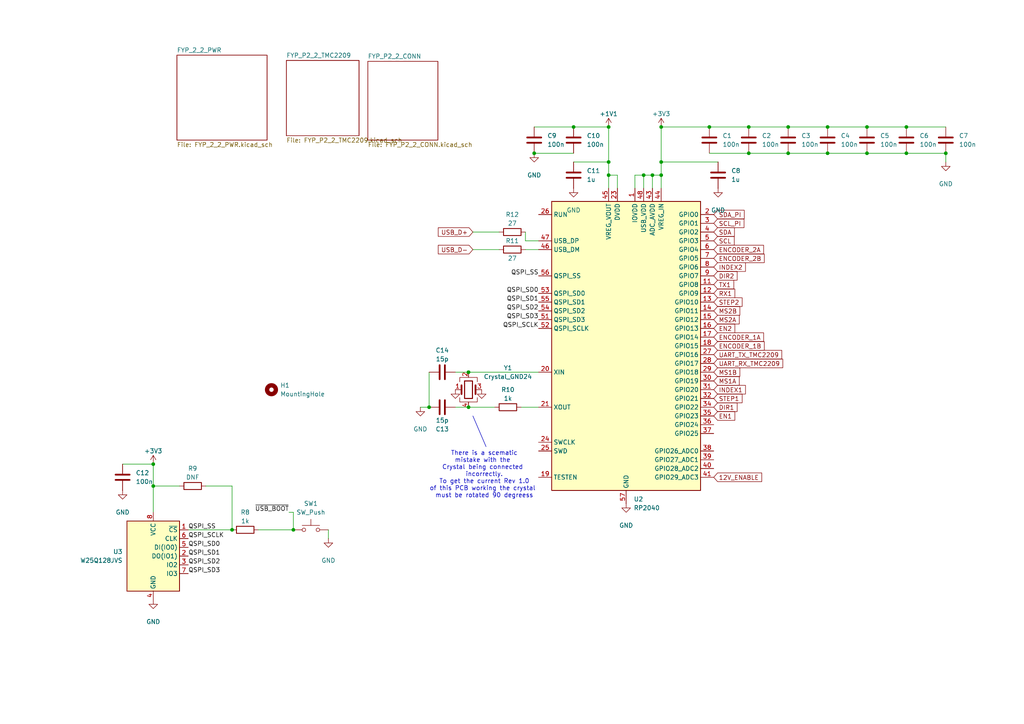
<source format=kicad_sch>
(kicad_sch (version 20231120) (generator "eeschema") (generator_version "8.0")
  (paper "A4")
  (lib_symbols
    (symbol "+3V3_1" (power) (pin_numbers hide) (pin_names (offset 0) hide)
      (property "Value" "+3V3" (at 0 3.556 0))
      (symbol "+3V3_1_0_1"
        (polyline (pts (xy -0.762 1.27) (xy 0 2.54)))
        (polyline (pts (xy 0 0) (xy 0 2.54)))
        (polyline (pts (xy 0 2.54) (xy 0.762 1.27)))
      )
      (symbol "+3V3_1_1_1"
        (pin power_in line (at 0 0 90) (length 0) (name "~") (number "1"))
      )
    )
    (symbol "+3V3_2" (power) (pin_numbers hide) (pin_names (offset 0) hide)
      (property "Value" "+3V3" (at 0 3.556 0))
      (symbol "+3V3_2_0_1"
        (polyline (pts (xy -0.762 1.27) (xy 0 2.54)))
        (polyline (pts (xy 0 0) (xy 0 2.54)))
        (polyline (pts (xy 0 2.54) (xy 0.762 1.27)))
      )
      (symbol "+3V3_2_1_1"
        (pin power_in line (at 0 0 90) (length 0) (name "~") (number "1"))
      )
    )
    (symbol "Device:C" (pin_numbers hide) (pin_names (offset 0.254))
      (property "Reference" "C" (at 0.635 2.54 0))
      (property "Value" "C" (at 0.635 -2.54 0))
      (symbol "C_0_1"
        (polyline (pts (xy -2.032 -0.762) (xy 2.032 -0.762)) (stroke (width 0.508)))
        (polyline (pts (xy -2.032 0.762) (xy 2.032 0.762)) (stroke (width 0.508)))
      )
      (symbol "C_1_1"
        (pin passive line (at 0 3.81 270) (length 2.794) (name "~") (number "1"))
        (pin passive line (at 0 -3.81 90) (length 2.794) (name "~") (number "2"))
      )
    )
    (symbol "Device:Crystal_GND24" (pin_names (offset 1.016) hide)
      (property "Reference" "Y" (at 3.175 5.08 0))
      (property "Value" "Crystal_GND24" (at 3.175 3.175 0))
      (symbol "Crystal_GND24_0_1"
        (rectangle (start -1.143 2.54) (end 1.143 -2.54) (stroke (width 0.3048)))
        (polyline (pts (xy -2.54 0) (xy -2.032 0)))
        (polyline (pts (xy -2.032 -1.27) (xy -2.032 1.27)) (stroke (width 0.508)))
        (polyline (pts (xy 0 -3.81) (xy 0 -3.556)))
        (polyline (pts (xy 0 3.556) (xy 0 3.81)))
        (polyline (pts (xy 2.032 -1.27) (xy 2.032 1.27)) (stroke (width 0.508)))
        (polyline (pts (xy 2.032 0) (xy 2.54 0)))
        (polyline (pts (xy -2.54 -2.286) (xy -2.54 -3.556) (xy 2.54 -3.556) (xy 2.54 -2.286)))
        (polyline (pts (xy -2.54 2.286) (xy -2.54 3.556) (xy 2.54 3.556) (xy 2.54 2.286)))
      )
      (symbol "Crystal_GND24_1_1"
        (pin passive line (at -3.81 0 0) (length 1.27) (name "1") (number "1"))
        (pin passive line (at 0 5.08 270) (length 1.27) (name "2") (number "2"))
        (pin passive line (at 3.81 0 180) (length 1.27) (name "3") (number "3"))
        (pin passive line (at 0 -5.08 90) (length 1.27) (name "4") (number "4"))
      )
    )
    (symbol "Device:R" (pin_numbers hide) (pin_names (offset 0))
      (property "Reference" "R" (at 2.032 0 90))
      (property "Value" "R" (at 0 0 90))
      (symbol "R_0_1"
        (rectangle (start -1.016 -2.54) (end 1.016 2.54) (stroke (width 0.254)))
      )
      (symbol "R_1_1"
        (pin passive line (at 0 3.81 270) (length 1.27) (name "~") (number "1"))
        (pin passive line (at 0 -3.81 90) (length 1.27) (name "~") (number "2"))
      )
    )
    (symbol "GND_1" (power) (pin_numbers hide) (pin_names (offset 0) hide)
      (property "Value" "GND" (at 0 -3.81 0))
      (symbol "GND_1_0_1"
        (polyline (pts (xy 0 0) (xy 0 -1.27) (xy 1.27 -1.27) (xy 0 -2.54) (xy -1.27 -1.27) (xy 0 -1.27)))
      )
      (symbol "GND_1_1_1"
        (pin power_in line (at 0 0 270) (length 0) (name "~") (number "1"))
      )
    )
    (symbol "GND_2" (power) (pin_numbers hide) (pin_names (offset 0) hide)
      (property "Value" "GND" (at 0 -3.81 0))
      (symbol "GND_2_0_1"
        (polyline (pts (xy 0 0) (xy 0 -1.27) (xy 1.27 -1.27) (xy 0 -2.54) (xy -1.27 -1.27) (xy 0 -1.27)))
      )
      (symbol "GND_2_1_1"
        (pin power_in line (at 0 0 270) (length 0) (name "~") (number "1"))
      )
    )
    (symbol "GND_3" (power) (pin_numbers hide) (pin_names (offset 0) hide)
      (property "Value" "GND" (at 0 -3.81 0))
      (symbol "GND_3_0_1"
        (polyline (pts (xy 0 0) (xy 0 -1.27) (xy 1.27 -1.27) (xy 0 -2.54) (xy -1.27 -1.27) (xy 0 -1.27)))
      )
      (symbol "GND_3_1_1"
        (pin power_in line (at 0 0 270) (length 0) (name "~") (number "1"))
      )
    )
    (symbol "GND_4" (power) (pin_numbers hide) (pin_names (offset 0) hide)
      (property "Value" "GND" (at 0 -3.81 0))
      (symbol "GND_4_0_1"
        (polyline (pts (xy 0 0) (xy 0 -1.27) (xy 1.27 -1.27) (xy 0 -2.54) (xy -1.27 -1.27) (xy 0 -1.27)))
      )
      (symbol "GND_4_1_1"
        (pin power_in line (at 0 0 270) (length 0) (name "~") (number "1"))
      )
    )
    (symbol "GND_5" (power) (pin_numbers hide) (pin_names (offset 0) hide)
      (property "Value" "GND" (at 0 -3.81 0))
      (symbol "GND_5_0_1"
        (polyline (pts (xy 0 0) (xy 0 -1.27) (xy 1.27 -1.27) (xy 0 -2.54) (xy -1.27 -1.27) (xy 0 -1.27)))
      )
      (symbol "GND_5_1_1"
        (pin power_in line (at 0 0 270) (length 0) (name "~") (number "1"))
      )
    )
    (symbol "GND_6" (power) (pin_numbers hide) (pin_names (offset 0) hide)
      (property "Value" "GND" (at 0 -3.81 0))
      (symbol "GND_6_0_1"
        (polyline (pts (xy 0 0) (xy 0 -1.27) (xy 1.27 -1.27) (xy 0 -2.54) (xy -1.27 -1.27) (xy 0 -1.27)))
      )
      (symbol "GND_6_1_1"
        (pin power_in line (at 0 0 270) (length 0) (name "~") (number "1"))
      )
    )
    (symbol "MCU_RaspberryPi:RP2040"
      (property "Reference" "U" (at 17.78 45.72 0))
      (property "Value" "RP2040" (at 17.78 43.18 0))
      (symbol "RP2040_0_1"
        (rectangle (start -21.59 41.91) (end 21.59 -41.91) (stroke (width 0.254)) (fill (type background)))
      )
      (symbol "RP2040_1_1"
        (pin power_in line (at 2.54 45.72 270) (length 3.81) (name "IOVDD") (number "1"))
        (pin passive line (at 2.54 45.72 270) (length 3.81) hide (name "IOVDD") (number "10"))
        (pin bidirectional line (at 25.4 17.78 180) (length 3.81) (name "GPIO8") (number "11"))
        (pin bidirectional line (at 25.4 15.24 180) (length 3.81) (name "GPIO9") (number "12"))
        (pin bidirectional line (at 25.4 12.7 180) (length 3.81) (name "GPIO10") (number "13"))
        (pin bidirectional line (at 25.4 10.16 180) (length 3.81) (name "GPIO11") (number "14"))
        (pin bidirectional line (at 25.4 7.62 180) (length 3.81) (name "GPIO12") (number "15"))
        (pin bidirectional line (at 25.4 5.08 180) (length 3.81) (name "GPIO13") (number "16"))
        (pin bidirectional line (at 25.4 2.54 180) (length 3.81) (name "GPIO14") (number "17"))
        (pin bidirectional line (at 25.4 0 180) (length 3.81) (name "GPIO15") (number "18"))
        (pin input line (at -25.4 -38.1 0) (length 3.81) (name "TESTEN") (number "19"))
        (pin bidirectional line (at 25.4 38.1 180) (length 3.81) (name "GPIO0") (number "2"))
        (pin input line (at -25.4 -7.62 0) (length 3.81) (name "XIN") (number "20"))
        (pin passive line (at -25.4 -17.78 0) (length 3.81) (name "XOUT") (number "21"))
        (pin passive line (at 2.54 45.72 270) (length 3.81) hide (name "IOVDD") (number "22"))
        (pin power_in line (at -2.54 45.72 270) (length 3.81) (name "DVDD") (number "23"))
        (pin input line (at -25.4 -27.94 0) (length 3.81) (name "SWCLK") (number "24"))
        (pin bidirectional line (at -25.4 -30.48 0) (length 3.81) (name "SWD") (number "25"))
        (pin input line (at -25.4 38.1 0) (length 3.81) (name "RUN") (number "26"))
        (pin bidirectional line (at 25.4 -2.54 180) (length 3.81) (name "GPIO16") (number "27"))
        (pin bidirectional line (at 25.4 -5.08 180) (length 3.81) (name "GPIO17") (number "28"))
        (pin bidirectional line (at 25.4 -7.62 180) (length 3.81) (name "GPIO18") (number "29"))
        (pin bidirectional line (at 25.4 35.56 180) (length 3.81) (name "GPIO1") (number "3"))
        (pin bidirectional line (at 25.4 -10.16 180) (length 3.81) (name "GPIO19") (number "30"))
        (pin bidirectional line (at 25.4 -12.7 180) (length 3.81) (name "GPIO20") (number "31"))
        (pin bidirectional line (at 25.4 -15.24 180) (length 3.81) (name "GPIO21") (number "32"))
        (pin passive line (at 2.54 45.72 270) (length 3.81) hide (name "IOVDD") (number "33"))
        (pin bidirectional line (at 25.4 -17.78 180) (length 3.81) (name "GPIO22") (number "34"))
        (pin bidirectional line (at 25.4 -20.32 180) (length 3.81) (name "GPIO23") (number "35"))
        (pin bidirectional line (at 25.4 -22.86 180) (length 3.81) (name "GPIO24") (number "36"))
        (pin bidirectional line (at 25.4 -25.4 180) (length 3.81) (name "GPIO25") (number "37"))
        (pin bidirectional line (at 25.4 -30.48 180) (length 3.81) (name "GPIO26_ADC0") (number "38"))
        (pin bidirectional line (at 25.4 -33.02 180) (length 3.81) (name "GPIO27_ADC1") (number "39"))
        (pin bidirectional line (at 25.4 33.02 180) (length 3.81) (name "GPIO2") (number "4"))
        (pin bidirectional line (at 25.4 -35.56 180) (length 3.81) (name "GPIO28_ADC2") (number "40"))
        (pin bidirectional line (at 25.4 -38.1 180) (length 3.81) (name "GPIO29_ADC3") (number "41"))
        (pin passive line (at 2.54 45.72 270) (length 3.81) hide (name "IOVDD") (number "42"))
        (pin power_in line (at 7.62 45.72 270) (length 3.81) (name "ADC_AVDD") (number "43"))
        (pin power_in line (at 10.16 45.72 270) (length 3.81) (name "VREG_IN") (number "44"))
        (pin power_out line (at -5.08 45.72 270) (length 3.81) (name "VREG_VOUT") (number "45"))
        (pin bidirectional line (at -25.4 27.94 0) (length 3.81) (name "USB_DM") (number "46"))
        (pin bidirectional line (at -25.4 30.48 0) (length 3.81) (name "USB_DP") (number "47"))
        (pin power_in line (at 5.08 45.72 270) (length 3.81) (name "USB_VDD") (number "48"))
        (pin passive line (at 2.54 45.72 270) (length 3.81) hide (name "IOVDD") (number "49"))
        (pin bidirectional line (at 25.4 30.48 180) (length 3.81) (name "GPIO3") (number "5"))
        (pin passive line (at -2.54 45.72 270) (length 3.81) hide (name "DVDD") (number "50"))
        (pin bidirectional line (at -25.4 7.62 0) (length 3.81) (name "QSPI_SD3") (number "51"))
        (pin output line (at -25.4 5.08 0) (length 3.81) (name "QSPI_SCLK") (number "52"))
        (pin bidirectional line (at -25.4 15.24 0) (length 3.81) (name "QSPI_SD0") (number "53"))
        (pin bidirectional line (at -25.4 10.16 0) (length 3.81) (name "QSPI_SD2") (number "54"))
        (pin bidirectional line (at -25.4 12.7 0) (length 3.81) (name "QSPI_SD1") (number "55"))
        (pin bidirectional line (at -25.4 20.32 0) (length 3.81) (name "QSPI_SS") (number "56"))
        (pin power_in line (at 0 -45.72 90) (length 3.81) (name "GND") (number "57"))
        (pin bidirectional line (at 25.4 27.94 180) (length 3.81) (name "GPIO4") (number "6"))
        (pin bidirectional line (at 25.4 25.4 180) (length 3.81) (name "GPIO5") (number "7"))
        (pin bidirectional line (at 25.4 22.86 180) (length 3.81) (name "GPIO6") (number "8"))
        (pin bidirectional line (at 25.4 20.32 180) (length 3.81) (name "GPIO7") (number "9"))
      )
    )
    (symbol "Mechanical:MountingHole" (pin_names (offset 1.016)) (exclude_from_sim yes) (in_bom no)
      (property "Reference" "H" (at 0 5.08 0))
      (property "Value" "MountingHole" (at 0 3.175 0))
      (symbol "MountingHole_0_1"
        (circle (center 0 0) (radius 1.27) (stroke (width 1.27)))
      )
    )
    (symbol "Memory_Flash:W25Q128JVS"
      (property "Reference" "U" (at -8.89 8.89 0))
      (property "Value" "W25Q128JVS" (at 7.62 8.89 0))
      (symbol "W25Q128JVS_0_1"
        (rectangle (start -7.62 10.16) (end 7.62 -10.16) (stroke (width 0.254)) (fill (type background)))
      )
      (symbol "W25Q128JVS_1_1"
        (pin input line (at -10.16 7.62 0) (length 2.54) (name "~{CS}") (number "1"))
        (pin bidirectional line (at -10.16 0 0) (length 2.54) (name "DO(IO1)") (number "2"))
        (pin bidirectional line (at -10.16 -2.54 0) (length 2.54) (name "IO2") (number "3"))
        (pin power_in line (at 0 -12.7 90) (length 2.54) (name "GND") (number "4"))
        (pin bidirectional line (at -10.16 2.54 0) (length 2.54) (name "DI(IO0)") (number "5"))
        (pin input line (at -10.16 5.08 0) (length 2.54) (name "CLK") (number "6"))
        (pin bidirectional line (at -10.16 -5.08 0) (length 2.54) (name "IO3") (number "7"))
        (pin power_in line (at 0 12.7 270) (length 2.54) (name "VCC") (number "8"))
      )
    )
    (symbol "Switch:SW_Push" (pin_numbers hide) (pin_names (offset 1.016) hide)
      (property "Reference" "SW" (at 1.27 2.54 0))
      (property "Value" "SW_Push" (at 0 -1.524 0))
      (symbol "SW_Push_0_1"
        (circle (center -2.032 0) (radius 0.508))
        (polyline (pts (xy 0 1.27) (xy 0 3.048)))
        (polyline (pts (xy 2.54 1.27) (xy -2.54 1.27)))
        (circle (center 2.032 0) (radius 0.508))
        (pin passive line (at -5.08 0 0) (length 2.54) (name "1") (number "1"))
        (pin passive line (at 5.08 0 180) (length 2.54) (name "2") (number "2"))
      )
    )
    (symbol "power:+1V1" (power) (pin_numbers hide) (pin_names (offset 0) hide)
      (property "Value" "+1V1" (at 0 3.556 0))
      (symbol "+1V1_0_1"
        (polyline (pts (xy -0.762 1.27) (xy 0 2.54)))
        (polyline (pts (xy 0 0) (xy 0 2.54)))
        (polyline (pts (xy 0 2.54) (xy 0.762 1.27)))
      )
      (symbol "+1V1_1_1"
        (pin power_in line (at 0 0 90) (length 0) (name "~") (number "1"))
      )
    )
  )
  (junction (at 176.53 50.8))
  (junction (at 240.03 36.83))
  (junction (at 176.53 46.99))
  (junction (at 67.31 153.67))
  (junction (at 135.89 118.11))
  (junction (at 186.69 50.8))
  (junction (at 205.74 36.83))
  (junction (at 191.77 36.83))
  (junction (at 189.23 50.8))
  (junction (at 191.77 46.99))
  (junction (at 217.17 44.45))
  (junction (at 228.6 36.83))
  (junction (at 124.46 118.11))
  (junction (at 217.17 36.83))
  (junction (at 135.89 107.95))
  (junction (at 44.45 140.97))
  (junction (at 154.94 44.45))
  (junction (at 262.89 44.45))
  (junction (at 85.09 153.67))
  (junction (at 274.32 44.45))
  (junction (at 251.46 36.83))
  (junction (at 251.46 44.45))
  (junction (at 240.03 44.45))
  (junction (at 176.53 36.83))
  (junction (at 262.89 36.83))
  (junction (at 191.77 50.8))
  (junction (at 228.6 44.45))
  (junction (at 166.37 36.83))
  (junction (at 44.45 134.62))
  (wire (pts (xy 240.03 36.83) (xy 251.46 36.83)))
  (wire (pts (xy 191.77 54.61) (xy 191.77 50.8)))
  (wire (pts (xy 217.17 36.83) (xy 228.6 36.83)))
  (wire (pts (xy 191.77 46.99) (xy 191.77 36.83)))
  (wire (pts (xy 137.16 72.39) (xy 144.78 72.39)))
  (wire (pts (xy 95.25 153.67) (xy 95.25 156.21)))
  (wire (pts (xy 191.77 36.83) (xy 205.74 36.83)))
  (wire (pts (xy 44.45 140.97) (xy 52.07 140.97)))
  (wire (pts (xy 152.4 72.39) (xy 156.21 72.39)))
  (wire (pts (xy 228.6 44.45) (xy 240.03 44.45)))
  (wire (pts (xy 154.94 44.45) (xy 166.37 44.45)))
  (wire (pts (xy 176.53 36.83) (xy 176.53 46.99)))
  (wire (pts (xy 132.08 107.95) (xy 135.89 107.95)))
  (wire (pts (xy 274.32 44.45) (xy 262.89 44.45)))
  (wire (pts (xy 154.94 36.83) (xy 166.37 36.83)))
  (wire (pts (xy 85.09 148.59) (xy 85.09 153.67)))
  (wire (pts (xy 205.74 44.45) (xy 217.17 44.45)))
  (polyline (pts (xy 137.16 120.65) (xy 140.97 129.54)))
  (wire (pts (xy 186.69 50.8) (xy 184.15 50.8)))
  (wire (pts (xy 166.37 46.99) (xy 176.53 46.99)))
  (wire (pts (xy 156.21 69.85) (xy 152.4 69.85)))
  (wire (pts (xy 189.23 54.61) (xy 189.23 50.8)))
  (wire (pts (xy 44.45 134.62) (xy 44.45 140.97)))
  (wire (pts (xy 179.07 50.8) (xy 179.07 54.61)))
  (wire (pts (xy 54.61 153.67) (xy 67.31 153.67)))
  (wire (pts (xy 274.32 44.45) (xy 274.32 46.99)))
  (wire (pts (xy 59.69 140.97) (xy 67.31 140.97)))
  (wire (pts (xy 132.08 118.11) (xy 135.89 118.11)))
  (wire (pts (xy 44.45 140.97) (xy 44.45 148.59)))
  (wire (pts (xy 124.46 107.95) (xy 124.46 118.11)))
  (wire (pts (xy 151.13 118.11) (xy 156.21 118.11)))
  (wire (pts (xy 189.23 50.8) (xy 191.77 50.8)))
  (wire (pts (xy 176.53 54.61) (xy 176.53 50.8)))
  (wire (pts (xy 240.03 44.45) (xy 251.46 44.45)))
  (wire (pts (xy 137.16 67.31) (xy 144.78 67.31)))
  (wire (pts (xy 262.89 36.83) (xy 274.32 36.83)))
  (wire (pts (xy 135.89 107.95) (xy 156.21 107.95)))
  (wire (pts (xy 176.53 50.8) (xy 179.07 50.8)))
  (wire (pts (xy 186.69 50.8) (xy 186.69 54.61)))
  (wire (pts (xy 67.31 153.67) (xy 67.31 140.97)))
  (wire (pts (xy 44.45 134.62) (xy 35.56 134.62)))
  (wire (pts (xy 191.77 50.8) (xy 191.77 46.99)))
  (wire (pts (xy 251.46 36.83) (xy 262.89 36.83)))
  (wire (pts (xy 191.77 46.99) (xy 208.28 46.99)))
  (wire (pts (xy 74.93 153.67) (xy 85.09 153.67)))
  (wire (pts (xy 176.53 46.99) (xy 176.53 50.8)))
  (wire (pts (xy 166.37 36.83) (xy 176.53 36.83)))
  (wire (pts (xy 135.89 118.11) (xy 143.51 118.11)))
  (wire (pts (xy 121.92 118.11) (xy 124.46 118.11)))
  (wire (pts (xy 251.46 44.45) (xy 262.89 44.45)))
  (wire (pts (xy 85.09 148.59) (xy 83.82 148.59)))
  (wire (pts (xy 217.17 44.45) (xy 228.6 44.45)))
  (wire (pts (xy 184.15 50.8) (xy 184.15 54.61)))
  (wire (pts (xy 152.4 69.85) (xy 152.4 67.31)))
  (wire (pts (xy 228.6 36.83) (xy 240.03 36.83)))
  (wire (pts (xy 189.23 50.8) (xy 186.69 50.8)))
  (wire (pts (xy 205.74 36.83) (xy 217.17 36.83)))
  (text "There is a scematic\nmistake with the \nCrystal being connected \nincorrectly.\nTo get the current Rev 1.0\nof this PCB working the crystal \nmust be rotated 90 degreess" (at 140.462 137.668 0) (effects (font (size 1.27 1.27))))
  (label "QSPI_SD1" (at 156.21 87.63 180))
  (label "QSPI_SS" (at 156.21 80.01 180))
  (label "QSPI_SD0" (at 156.21 85.09 180))
  (label "QSPI_SCLK" (at 54.61 156.21 0))
  (label "QSPI_SD0" (at 54.61 158.75 0))
  (label "QSPI_SD3" (at 54.61 166.37 0))
  (label "QSPI_SCLK" (at 156.21 95.25 180))
  (label "QSPI_SD2" (at 54.61 163.83 0))
  (label "QSPI_SD1" (at 54.61 161.29 0))
  (label "QSPI_SD3" (at 156.21 92.71 180))
  (label "~{USB_BOOT}" (at 83.82 148.59 180))
  (label "QSPI_SS" (at 54.61 153.67 0))
  (label "QSPI_SD2" (at 156.21 90.17 180))
  (global_label "USB_D-" (shape input) (at 137.16 72.39 180) (property "Intersheetrefs" "${INTERSHEET_REFS}" (effects (hide yes))))
  (global_label "INDEX1" (shape input) (at 207.01 113.03 0) (property "Intersheetrefs" "${INTERSHEET_REFS}" (effects (hide yes))))
  (global_label "12V_ENABLE" (shape input) (at 207.01 138.43 0) (property "Intersheetrefs" "${INTERSHEET_REFS}" (effects (hide yes))))
  (global_label "DIR2" (shape input) (at 207.01 80.01 0) (property "Intersheetrefs" "${INTERSHEET_REFS}" (effects (hide yes))))
  (global_label "RX1" (shape input) (at 207.01 85.09 0) (property "Intersheetrefs" "${INTERSHEET_REFS}" (effects (hide yes))))
  (global_label "STEP1" (shape input) (at 207.01 115.57 0) (property "Intersheetrefs" "${INTERSHEET_REFS}" (effects (hide yes))))
  (global_label "INDEX2" (shape input) (at 207.01 77.47 0) (property "Intersheetrefs" "${INTERSHEET_REFS}" (effects (hide yes))))
  (global_label "ENCODER_1A" (shape input) (at 207.01 97.79 0) (property "Intersheetrefs" "${INTERSHEET_REFS}" (effects (hide yes))))
  (global_label "UART_RX_TMC2209" (shape input) (at 207.01 105.41 0) (property "Intersheetrefs" "${INTERSHEET_REFS}" (effects (hide yes))))
  (global_label "SCL_PI" (shape input) (at 207.01 64.77 0) (property "Intersheetrefs" "${INTERSHEET_REFS}" (effects (hide yes))))
  (global_label "ENCODER_2A" (shape input) (at 207.01 72.39 0) (property "Intersheetrefs" "${INTERSHEET_REFS}" (effects (hide yes))))
  (global_label "SDA" (shape input) (at 207.01 67.31 0) (property "Intersheetrefs" "${INTERSHEET_REFS}" (effects (hide yes))))
  (global_label "EN2" (shape input) (at 207.01 95.25 0) (property "Intersheetrefs" "${INTERSHEET_REFS}" (effects (hide yes))))
  (global_label "ENCODER_2B" (shape input) (at 207.01 74.93 0) (property "Intersheetrefs" "${INTERSHEET_REFS}" (effects (hide yes))))
  (global_label "SCL" (shape input) (at 207.01 69.85 0) (property "Intersheetrefs" "${INTERSHEET_REFS}" (effects (hide yes))))
  (global_label "UART_TX_TMC2209" (shape input) (at 207.01 102.87 0) (property "Intersheetrefs" "${INTERSHEET_REFS}" (effects (hide yes))))
  (global_label "DIR1" (shape input) (at 207.01 118.11 0) (property "Intersheetrefs" "${INTERSHEET_REFS}" (effects (hide yes))))
  (global_label "MS2B" (shape input) (at 207.01 90.17 0) (property "Intersheetrefs" "${INTERSHEET_REFS}" (effects (hide yes))))
  (global_label "USB_D+" (shape input) (at 137.16 67.31 180) (property "Intersheetrefs" "${INTERSHEET_REFS}" (effects (hide yes))))
  (global_label "SDA_PI" (shape input) (at 207.01 62.23 0) (property "Intersheetrefs" "${INTERSHEET_REFS}" (effects (hide yes))))
  (global_label "STEP2" (shape input) (at 207.01 87.63 0) (property "Intersheetrefs" "${INTERSHEET_REFS}" (effects (hide yes))))
  (global_label "MS1B" (shape input) (at 207.01 107.95 0) (property "Intersheetrefs" "${INTERSHEET_REFS}" (effects (hide yes))))
  (global_label "TX1" (shape input) (at 207.01 82.55 0) (property "Intersheetrefs" "${INTERSHEET_REFS}" (effects (hide yes))))
  (global_label "MS1A" (shape input) (at 207.01 110.49 0) (property "Intersheetrefs" "${INTERSHEET_REFS}" (effects (hide yes))))
  (global_label "EN1" (shape input) (at 207.01 120.65 0) (property "Intersheetrefs" "${INTERSHEET_REFS}" (effects (hide yes))))
  (global_label "ENCODER_1B" (shape input) (at 207.01 100.33 0) (property "Intersheetrefs" "${INTERSHEET_REFS}" (effects (hide yes))))
  (global_label "MS2A" (shape input) (at 207.01 92.71 0) (property "Intersheetrefs" "${INTERSHEET_REFS}" (effects (hide yes))))
  (symbol (lib_id "Device:C") (at 166.37 40.64 0) (unit 1)
    (property "Reference" "C10" (at 170.18 39.3699 0) (effects (justify left)))
    (property "Value" "100n" (at 170.18 41.9099 0) (effects (justify left)))
    (property "Footprint" "Capacitor_SMD:C_0603_1608Metric" (effects (hide yes)))
    (property "Description" "50V" (effects (hide yes)))
  )
  (symbol (lib_id "Device:C") (at 240.03 40.64 0) (unit 1)
    (property "Reference" "C4" (at 243.84 39.3699 0) (effects (justify left)))
    (property "Value" "100n" (at 243.84 41.9099 0) (effects (justify left)))
    (property "Footprint" "Capacitor_SMD:C_0603_1608Metric" (effects (hide yes)))
    (property "Description" "50V" (effects (hide yes)))
  )
  (symbol (lib_name "GND_4") (lib_id "power:GND") (at 44.45 173.99 0) (unit 1)
    (property "Reference" "#PWR050" (effects (hide yes)))
    (property "Value" "GND" (at 44.45 180.34 0))
    (property "Description" "Power symbol creates a global label with name \"GND\" , ground" (effects (hide yes)))
  )
  (symbol (lib_id "Device:C") (at 217.17 40.64 0) (unit 1)
    (property "Reference" "C2" (at 220.98 39.3699 0) (effects (justify left)))
    (property "Value" "100n" (at 220.98 41.9099 0) (effects (justify left)))
    (property "Footprint" "Capacitor_SMD:C_0603_1608Metric" (effects (hide yes)))
    (property "Description" "50V" (effects (hide yes)))
  )
  (symbol (lib_id "Device:C") (at 208.28 50.8 0) (unit 1)
    (property "Reference" "C8" (at 212.09 49.5299 0) (effects (justify left)))
    (property "Value" "1u" (at 212.09 52.0699 0) (effects (justify left)))
    (property "Footprint" "Capacitor_SMD:C_0603_1608Metric" (effects (hide yes)))
    (property "Description" "16V" (effects (hide yes)))
  )
  (symbol (lib_id "Device:R") (at 71.12 153.67 90) (unit 1)
    (property "Reference" "R8" (at 71.12 148.59 90))
    (property "Value" "1k" (at 71.12 151.13 90))
    (property "Footprint" "Resistor_SMD:R_0603_1608Metric" (effects (hide yes)))
    (property "Description" "Resistor" (effects (hide yes)))
  )
  (symbol (lib_id "Device:C") (at 154.94 40.64 0) (unit 1)
    (property "Reference" "C9" (at 158.75 39.3699 0) (effects (justify left)))
    (property "Value" "100n" (at 158.75 41.9099 0) (effects (justify left)))
    (property "Footprint" "Capacitor_SMD:C_0603_1608Metric" (effects (hide yes)))
    (property "Description" "50V" (effects (hide yes)))
  )
  (symbol (lib_name "GND_2") (lib_id "power:GND") (at 208.28 54.61 0) (unit 1)
    (property "Reference" "#PWR045" (effects (hide yes)))
    (property "Value" "GND" (at 208.28 60.96 0))
    (property "Description" "Power symbol creates a global label with name \"GND\" , ground" (effects (hide yes)))
  )
  (symbol (lib_name "GND_6") (lib_id "power:GND") (at 139.7 113.03 0) (unit 1)
    (property "Reference" "#PWR056" (effects (hide yes)))
    (property "Value" "GND" (effects (hide yes)))
    (property "Description" "Power symbol creates a global label with name \"GND\" , ground" (effects (hide yes)))
  )
  (symbol (lib_id "Mechanical:MountingHole") (at 78.74 113.03 0) (unit 1) (exclude_from_sim yes) (in_bom no)
    (property "Reference" "H1" (at 81.28 111.7599 0) (effects (justify left)))
    (property "Value" "MountingHole" (at 81.28 114.2999 0) (effects (justify left)))
    (property "Footprint" "MountingHole:MountingHole_2.2mm_M2" (effects (hide yes)))
    (property "Description" "Mounting Hole without connection" (effects (hide yes)))
  )
  (symbol (lib_id "Device:C") (at 128.27 118.11 90) (mirror x) (unit 1)
    (property "Reference" "C13" (at 128.27 124.46 90))
    (property "Value" "15p" (at 128.27 121.92 90))
    (property "Footprint" "Capacitor_SMD:C_0603_1608Metric" (effects (hide yes)))
    (property "Description" "50V" (effects (hide yes)))
  )
  (symbol (lib_id "Device:R") (at 148.59 72.39 270) (unit 1)
    (property "Reference" "R11" (at 148.59 69.85 90))
    (property "Value" "27" (at 148.59 74.93 90))
    (property "Footprint" "Resistor_SMD:R_0603_1608Metric" (effects (hide yes)))
    (property "Description" "Resistor" (effects (hide yes)))
  )
  (symbol (lib_id "Device:C") (at 262.89 40.64 0) (unit 1)
    (property "Reference" "C6" (at 266.7 39.3699 0) (effects (justify left)))
    (property "Value" "100n" (at 266.7 41.9099 0) (effects (justify left)))
    (property "Footprint" "Capacitor_SMD:C_0603_1608Metric" (effects (hide yes)))
    (property "Description" "50V" (effects (hide yes)))
  )
  (symbol (lib_name "+3V3_1") (lib_id "power:+3V3") (at 191.77 36.83 0) (unit 1)
    (property "Reference" "#PWR049" (effects (hide yes)))
    (property "Value" "+3V3" (at 191.77 33.02 0))
    (property "Description" "Power symbol creates a global label with name \"+3V3\"" (effects (hide yes)))
  )
  (symbol (lib_name "GND_5") (lib_id "power:GND") (at 95.25 156.21 0) (unit 1)
    (property "Reference" "#PWR053" (effects (hide yes)))
    (property "Value" "GND" (at 95.25 162.56 0))
    (property "Description" "Power symbol creates a global label with name \"GND\" , ground" (effects (hide yes)))
  )
  (symbol (lib_id "Memory_Flash:W25Q128JVS") (at 44.45 161.29 0) (mirror y) (unit 1)
    (property "Reference" "U3" (at 35.56 160.0199 0) (effects (justify left)))
    (property "Value" "W25Q128JVS" (at 35.56 162.5599 0) (effects (justify left)))
    (property "Footprint" "Package_SO:SOIC-8_5.23x5.23mm_P1.27mm" (effects (hide yes)))
    (property "Datasheet" "http://www.winbond.com/resource-files/w25q128jv_dtr%20revc%2003272018%20plus.pdf" (effects (hide yes)))
    (property "Description" "128Mb Serial Flash Memory, Standard/Dual/Quad SPI, SOIC-8" (effects (hide yes)))
  )
  (symbol (lib_name "GND_3") (lib_id "power:GND") (at 154.94 44.45 0) (unit 1)
    (property "Reference" "#PWR046" (effects (hide yes)))
    (property "Value" "GND" (at 154.94 50.8 0))
    (property "Description" "Power symbol creates a global label with name \"GND\" , ground" (effects (hide yes)))
  )
  (symbol (lib_id "Device:Crystal_GND24") (at 135.89 113.03 0) (unit 1)
    (property "Reference" "Y1" (at 147.32 106.7114 0))
    (property "Value" "Crystal_GND24" (at 147.32 109.2514 0))
    (property "Footprint" "Crystal:Crystal_SMD_3225-4Pin_3.2x2.5mm" (effects (hide yes)))
    (property "Description" "Four pin crystal, GND on pins 2 and 4" (effects (hide yes)))
  )
  (symbol (lib_name "GND_6") (lib_id "power:GND") (at 132.08 113.03 0) (unit 1)
    (property "Reference" "#PWR055" (effects (hide yes)))
    (property "Value" "GND" (effects (hide yes)))
    (property "Description" "Power symbol creates a global label with name \"GND\" , ground" (effects (hide yes)))
  )
  (symbol (lib_id "Device:R") (at 148.59 67.31 90) (unit 1)
    (property "Reference" "R12" (at 148.59 62.23 90))
    (property "Value" "27" (at 148.59 64.77 90))
    (property "Footprint" "Resistor_SMD:R_0603_1608Metric" (effects (hide yes)))
    (property "Description" "Resistor" (effects (hide yes)))
  )
  (symbol (lib_name "GND_4") (lib_id "power:GND") (at 35.56 142.24 0) (unit 1)
    (property "Reference" "#PWR051" (effects (hide yes)))
    (property "Value" "GND" (at 35.56 148.59 0))
    (property "Description" "Power symbol creates a global label with name \"GND\" , ground" (effects (hide yes)))
  )
  (symbol (lib_id "Device:C") (at 228.6 40.64 0) (unit 1)
    (property "Reference" "C3" (at 232.41 39.3699 0) (effects (justify left)))
    (property "Value" "100n" (at 232.41 41.9099 0) (effects (justify left)))
    (property "Footprint" "Capacitor_SMD:C_0603_1608Metric" (effects (hide yes)))
    (property "Description" "50V" (effects (hide yes)))
  )
  (symbol (lib_id "MCU_RaspberryPi:RP2040") (at 181.61 100.33 0) (unit 1)
    (property "Reference" "U2" (at 183.8041 144.78 0) (effects (justify left)))
    (property "Value" "RP2040" (at 183.8041 147.32 0) (effects (justify left)))
    (property "Footprint" "Package_DFN_QFN:QFN-56-1EP_7x7mm_P0.4mm_EP3.2x3.2mm" (effects (hide yes)))
    (property "Datasheet" "https://datasheets.raspberrypi.com/rp2040/rp2040-datasheet.pdf" (effects (hide yes)))
    (property "Description" "A microcontroller by Raspberry Pi" (effects (hide yes)))
  )
  (symbol (lib_id "Device:R") (at 55.88 140.97 90) (unit 1)
    (property "Reference" "R9" (at 55.88 135.89 90))
    (property "Value" "DNF" (at 55.88 138.43 90))
    (property "Footprint" "Resistor_SMD:R_0603_1608Metric" (effects (hide yes)))
    (property "Description" "Resistor" (effects (hide yes)))
  )
  (symbol (lib_name "GND_1") (lib_id "power:GND") (at 274.32 46.99 0) (unit 1)
    (property "Reference" "#PWR044" (effects (hide yes)))
    (property "Value" "GND" (at 274.32 53.34 0))
    (property "Description" "Power symbol creates a global label with name \"GND\" , ground" (effects (hide yes)))
  )
  (symbol (lib_name "GND_6") (lib_id "power:GND") (at 181.61 146.05 0) (unit 1)
    (property "Reference" "#PWR087" (effects (hide yes)))
    (property "Value" "GND" (at 181.61 152.4 0))
    (property "Description" "Power symbol creates a global label with name \"GND\" , ground" (effects (hide yes)))
  )
  (symbol (lib_name "GND_6") (lib_id "power:GND") (at 121.92 118.11 0) (unit 1)
    (property "Reference" "#PWR054" (effects (hide yes)))
    (property "Value" "GND" (at 121.92 124.46 0))
    (property "Description" "Power symbol creates a global label with name \"GND\" , ground" (effects (hide yes)))
  )
  (symbol (lib_name "+3V3_2") (lib_id "power:+3V3") (at 44.45 134.62 0) (unit 1)
    (property "Reference" "#PWR052" (effects (hide yes)))
    (property "Value" "+3V3" (at 44.45 130.81 0))
    (property "Description" "Power symbol creates a global label with name \"+3V3\"" (effects (hide yes)))
  )
  (symbol (lib_id "Device:C") (at 166.37 50.8 0) (unit 1)
    (property "Reference" "C11" (at 170.18 49.5299 0) (effects (justify left)))
    (property "Value" "1u" (at 170.18 52.0699 0) (effects (justify left)))
    (property "Footprint" "Capacitor_SMD:C_0603_1608Metric" (effects (hide yes)))
    (property "Description" "16V" (effects (hide yes)))
  )
  (symbol (lib_name "GND_2") (lib_id "power:GND") (at 166.37 54.61 0) (unit 1)
    (property "Reference" "#PWR047" (effects (hide yes)))
    (property "Value" "GND" (at 166.37 60.96 0))
    (property "Description" "Power symbol creates a global label with name \"GND\" , ground" (effects (hide yes)))
  )
  (symbol (lib_id "Device:R") (at 147.32 118.11 90) (unit 1)
    (property "Reference" "R10" (at 147.32 113.03 90))
    (property "Value" "1k" (at 147.32 115.57 90))
    (property "Footprint" "Resistor_SMD:R_0603_1608Metric" (effects (hide yes)))
    (property "Description" "Resistor" (effects (hide yes)))
  )
  (symbol (lib_id "Device:C") (at 205.74 40.64 0) (unit 1)
    (property "Reference" "C1" (at 209.55 39.3699 0) (effects (justify left)))
    (property "Value" "100n" (at 209.55 41.9099 0) (effects (justify left)))
    (property "Footprint" "Capacitor_SMD:C_0603_1608Metric" (effects (hide yes)))
    (property "Description" "50V" (effects (hide yes)))
  )
  (symbol (lib_id "Device:C") (at 274.32 40.64 0) (unit 1)
    (property "Reference" "C7" (at 278.13 39.3699 0) (effects (justify left)))
    (property "Value" "100n" (at 278.13 41.9099 0) (effects (justify left)))
    (property "Footprint" "Capacitor_SMD:C_0603_1608Metric" (effects (hide yes)))
    (property "Description" "50V" (effects (hide yes)))
  )
  (symbol (lib_id "Device:C") (at 251.46 40.64 0) (unit 1)
    (property "Reference" "C5" (at 255.27 39.3699 0) (effects (justify left)))
    (property "Value" "100n" (at 255.27 41.9099 0) (effects (justify left)))
    (property "Footprint" "Capacitor_SMD:C_0603_1608Metric" (effects (hide yes)))
    (property "Description" "50V" (effects (hide yes)))
  )
  (symbol (lib_id "power:+1V1") (at 176.53 36.83 0) (unit 1)
    (property "Reference" "#PWR048" (effects (hide yes)))
    (property "Value" "+1V1" (at 176.53 33.02 0))
    (property "Description" "Power symbol creates a global label with name \"+1V1\"" (effects (hide yes)))
  )
  (symbol (lib_id "Switch:SW_Push") (at 90.17 153.67 0) (unit 1)
    (property "Reference" "SW1" (at 90.17 146.05 0))
    (property "Value" "SW_Push" (at 90.17 148.59 0))
    (property "Footprint" "Button_Switch_SMD:SW_Push_1P1T_NO_CK_KMR2" (effects (hide yes)))
    (property "Description" "Push button switch, generic, two pins" (effects (hide yes)))
  )
  (symbol (lib_id "Device:C") (at 128.27 107.95 270) (mirror x) (unit 1)
    (property "Reference" "C14" (at 128.27 101.6 90))
    (property "Value" "15p" (at 128.27 104.14 90))
    (property "Footprint" "Capacitor_SMD:C_0603_1608Metric" (effects (hide yes)))
    (property "Description" "50V" (effects (hide yes)))
  )
  (symbol (lib_id "Device:C") (at 35.56 138.43 0) (unit 1)
    (property "Reference" "C12" (at 39.37 137.1599 0) (effects (justify left)))
    (property "Value" "100n" (at 39.37 139.6999 0) (effects (justify left)))
    (property "Footprint" "Capacitor_SMD:C_0603_1608Metric" (effects (hide yes)))
    (property "Description" "50V" (effects (hide yes)))
  )
  (sheet (at 106.68 17.78) (size 20.32 22.86) (stroke (width 0.1524))
    (property "Sheetname" "FYP_P2_2_CONN" (at 106.68 17.0684 0) (effects (justify left bottom)))
    (property "Sheetfile" "FYP_P2_2_CONN.kicad_sch" (at 106.68 41.2246 0) (effects (justify left top)))
  )
  (sheet (at 83.058 17.526) (size 21.082 21.844) (stroke (width 0.1524))
    (property "Sheetname" "FYP_P2_2_TMC2209" (at 83.058 16.8144 0) (effects (justify left bottom)))
    (property "Sheetfile" "FYP_P2_2_TMC2209.kicad_sch" (at 83.058 39.9546 0) (effects (justify left top)))
  )
  (sheet (at 51.308 16.002) (size 26.162 24.638) (stroke (width 0.1524))
    (property "Sheetname" "FYP_2_2_PWR" (at 51.308 15.2904 0) (effects (justify left bottom)))
    (property "Sheetfile" "FYP_2_2_PWR.kicad_sch" (at 51.308 41.2246 0) (effects (justify left top)))
  )
)
</source>
